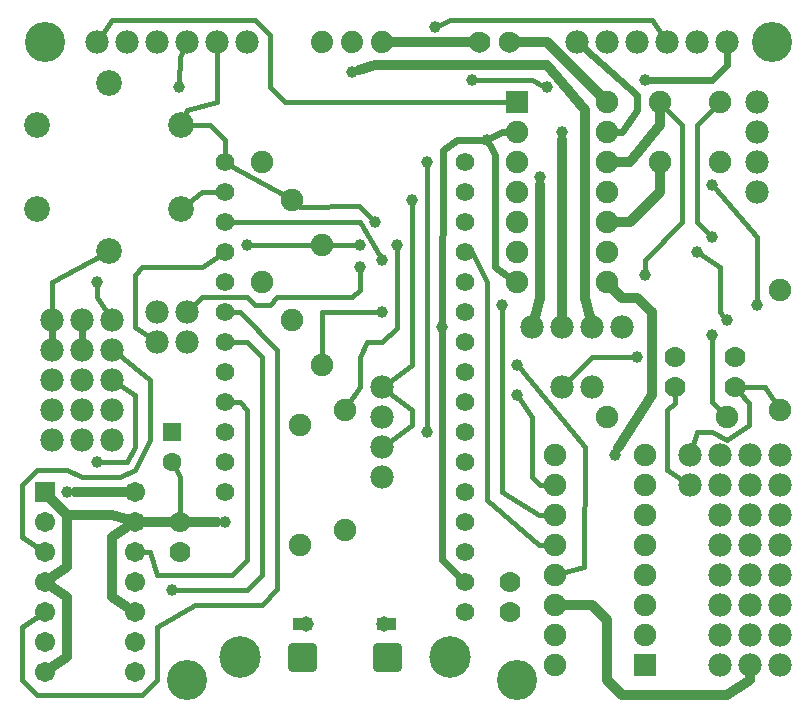
<source format=gbl>
G04 MADE WITH FRITZING*
G04 WWW.FRITZING.ORG*
G04 DOUBLE SIDED*
G04 HOLES PLATED*
G04 CONTOUR ON CENTER OF CONTOUR VECTOR*
%ASAXBY*%
%FSLAX23Y23*%
%MOIN*%
%OFA0B0*%
%SFA1.0B1.0*%
%ADD10C,0.039370*%
%ADD11C,0.078000*%
%ADD12C,0.086000*%
%ADD13C,0.075000*%
%ADD14C,0.070000*%
%ADD15C,0.062992*%
%ADD16C,0.074000*%
%ADD17C,0.138425*%
%ADD18C,0.095000*%
%ADD19C,0.051496*%
%ADD20C,0.062000*%
%ADD21C,0.067559*%
%ADD22C,0.133858*%
%ADD23R,0.062992X0.062992*%
%ADD24R,0.075000X0.075000*%
%ADD25R,0.067559X0.067559*%
%ADD26C,0.016000*%
%ADD27C,0.032000*%
%ADD28C,0.024000*%
%ADD29C,0.029783*%
%ADD30R,0.001000X0.001000*%
%LNCOPPER0*%
G90*
G70*
G54D10*
X174Y707D03*
X273Y1407D03*
G54D11*
X273Y2207D03*
X373Y2207D03*
X473Y2207D03*
X573Y2207D03*
X673Y2207D03*
X773Y2207D03*
G54D10*
X1274Y1532D03*
X1998Y833D03*
X2073Y1158D03*
X547Y2058D03*
X773Y1532D03*
G54D12*
X313Y2072D03*
X553Y1932D03*
X313Y1512D03*
X73Y1652D03*
X553Y1652D03*
X73Y1932D03*
G54D10*
X2098Y2082D03*
X1398Y2257D03*
X1148Y1532D03*
X1198Y1607D03*
X1773Y2057D03*
X1524Y2082D03*
X1574Y1883D03*
X1123Y2107D03*
X1823Y1907D03*
X1748Y1757D03*
X2273Y1507D03*
X2373Y1282D03*
X2323Y1557D03*
X2323Y1232D03*
X2098Y1432D03*
X2473Y1332D03*
X2323Y1732D03*
G54D13*
X2373Y957D03*
X1973Y957D03*
X2548Y1382D03*
X2548Y982D03*
G54D14*
X2198Y1157D03*
X2198Y1057D03*
X2398Y1157D03*
X2398Y1057D03*
G54D11*
X2248Y732D03*
X2248Y832D03*
G54D13*
X2148Y1807D03*
X2348Y1807D03*
X2148Y2007D03*
X2348Y2007D03*
X1098Y582D03*
X1098Y982D03*
X948Y532D03*
X948Y932D03*
G54D15*
X523Y907D03*
X523Y809D03*
G54D16*
X1023Y2207D03*
X1123Y2207D03*
X1223Y2207D03*
G54D11*
X123Y1282D03*
X223Y1282D03*
X323Y1282D03*
G54D17*
X1448Y157D03*
G54D18*
X956Y158D03*
G54D19*
X968Y268D03*
G54D20*
X1498Y1807D03*
X1498Y1707D03*
X1498Y1607D03*
X1498Y1507D03*
X1498Y1407D03*
X1498Y1307D03*
X1498Y1207D03*
X1498Y1107D03*
X1498Y1007D03*
G54D17*
X748Y157D03*
G54D20*
X1498Y907D03*
X1498Y807D03*
X1498Y707D03*
X1498Y607D03*
X1498Y507D03*
X1498Y407D03*
X1498Y307D03*
X698Y707D03*
X698Y807D03*
X698Y907D03*
X698Y1007D03*
X698Y1107D03*
X698Y1207D03*
X698Y1307D03*
X698Y1407D03*
X698Y1507D03*
X698Y1607D03*
X698Y1707D03*
X698Y1807D03*
G54D19*
X1228Y268D03*
G54D18*
X1240Y158D03*
G54D10*
X1148Y1457D03*
G54D11*
X1223Y957D03*
X1223Y1057D03*
X1223Y757D03*
X1223Y857D03*
X1923Y1057D03*
X1823Y1057D03*
G54D10*
X1423Y1257D03*
X1223Y1307D03*
X523Y383D03*
X273Y807D03*
G54D11*
X1873Y2207D03*
X1973Y2207D03*
X2073Y2207D03*
X2173Y2207D03*
X2273Y2207D03*
X2373Y2207D03*
X2548Y132D03*
X2548Y232D03*
X2548Y332D03*
X2548Y432D03*
X2548Y532D03*
X2548Y632D03*
X2548Y732D03*
X2548Y832D03*
X2448Y132D03*
X2448Y232D03*
X2448Y332D03*
X2448Y432D03*
X2448Y532D03*
X2448Y632D03*
X2448Y732D03*
X2448Y832D03*
X2348Y132D03*
X2348Y232D03*
X2348Y332D03*
X2348Y432D03*
X2348Y532D03*
X2348Y632D03*
X2348Y732D03*
X2348Y832D03*
X1723Y1257D03*
X1823Y1257D03*
X1923Y1257D03*
X2023Y1257D03*
X2473Y2007D03*
X2473Y1907D03*
X2473Y1807D03*
X2473Y1707D03*
G54D13*
X1673Y2007D03*
X1973Y2007D03*
X1673Y1907D03*
X1973Y1907D03*
X1673Y1807D03*
X1973Y1807D03*
X1673Y1707D03*
X1973Y1707D03*
X1673Y1607D03*
X1973Y1607D03*
X1673Y1507D03*
X1973Y1507D03*
X1673Y1407D03*
X1973Y1407D03*
X2098Y132D03*
X1798Y132D03*
X2098Y232D03*
X1798Y232D03*
X2098Y332D03*
X1798Y332D03*
X2098Y432D03*
X1798Y432D03*
X2098Y532D03*
X1798Y532D03*
X2098Y632D03*
X1798Y632D03*
X2098Y732D03*
X1798Y732D03*
X2098Y832D03*
X1798Y832D03*
G54D14*
X548Y607D03*
X548Y507D03*
X1648Y407D03*
X1648Y307D03*
G54D10*
X1223Y1482D03*
X1373Y1807D03*
X1373Y907D03*
X1323Y1682D03*
X1623Y1332D03*
X1673Y1032D03*
X1673Y1132D03*
G54D13*
X823Y1807D03*
X823Y1407D03*
X923Y1282D03*
X923Y1682D03*
X1023Y1132D03*
X1023Y1532D03*
G54D11*
X573Y1307D03*
X473Y1307D03*
X573Y1207D03*
X473Y1207D03*
G54D21*
X98Y707D03*
X398Y707D03*
X98Y607D03*
X398Y607D03*
X98Y507D03*
X398Y507D03*
X98Y407D03*
X398Y407D03*
X98Y307D03*
X398Y307D03*
X98Y207D03*
X398Y207D03*
X98Y107D03*
X398Y107D03*
G54D11*
X223Y1182D03*
X223Y1082D03*
X223Y982D03*
X223Y882D03*
X123Y1182D03*
X123Y1082D03*
X123Y982D03*
X123Y882D03*
X323Y1182D03*
X323Y1082D03*
X323Y982D03*
X323Y882D03*
G54D22*
X1673Y82D03*
X573Y82D03*
X2523Y2207D03*
X98Y2207D03*
G54D14*
X1548Y2207D03*
X1648Y2207D03*
G54D10*
X698Y607D03*
G54D23*
X523Y907D03*
G54D24*
X1673Y2007D03*
X2098Y132D03*
G54D25*
X98Y707D03*
G54D26*
X1323Y1133D02*
X1243Y1072D01*
D02*
X1323Y1669D02*
X1323Y1133D01*
D02*
X1323Y932D02*
X1243Y872D01*
D02*
X1323Y983D02*
X1323Y932D01*
D02*
X1243Y1043D02*
X1323Y983D01*
D02*
X548Y2157D02*
X547Y2071D01*
D02*
X574Y2207D02*
X548Y2157D01*
D02*
X596Y2199D02*
X574Y2207D01*
D02*
X574Y1982D02*
X564Y1959D01*
D02*
X673Y2008D02*
X574Y1982D01*
D02*
X673Y2183D02*
X673Y2008D01*
D02*
X324Y2282D02*
X287Y2228D01*
D02*
X848Y2233D02*
X798Y2282D01*
D02*
X848Y2057D02*
X848Y2233D01*
D02*
X798Y2282D02*
X324Y2282D01*
D02*
X899Y2007D02*
X848Y2057D01*
D02*
X1650Y2007D02*
X899Y2007D01*
D02*
X24Y557D02*
X24Y732D01*
D02*
X24Y732D02*
X73Y782D01*
D02*
X82Y518D02*
X24Y557D01*
D02*
X274Y1357D02*
X273Y1394D01*
D02*
X310Y1303D02*
X274Y1357D01*
D02*
X1274Y1256D02*
X1274Y1519D01*
D02*
X1173Y1208D02*
X1223Y1208D01*
D02*
X1223Y1208D02*
X1274Y1256D01*
D02*
X1148Y1058D02*
X1148Y1157D01*
D02*
X1148Y1157D02*
X1173Y1208D01*
D02*
X1111Y1002D02*
X1148Y1058D01*
G54D27*
D02*
X2122Y1307D02*
X2122Y1031D01*
D02*
X2122Y1031D02*
X2011Y854D01*
G54D26*
D02*
X1840Y1075D02*
X1922Y1157D01*
D02*
X1922Y1157D02*
X2059Y1158D01*
D02*
X903Y1694D02*
X719Y1796D01*
D02*
X1000Y1532D02*
X787Y1532D01*
G54D28*
D02*
X223Y1212D02*
X223Y1252D01*
D02*
X123Y1212D02*
X123Y1252D01*
G54D26*
D02*
X698Y1831D02*
X698Y1883D01*
D02*
X649Y1933D02*
X582Y1933D01*
D02*
X698Y1883D02*
X649Y1933D01*
D02*
X288Y1498D02*
X124Y1407D01*
D02*
X124Y1407D02*
X123Y1307D01*
D02*
X576Y1670D02*
X623Y1707D01*
D02*
X623Y1707D02*
X675Y1707D01*
D02*
X423Y1458D02*
X622Y1458D01*
D02*
X622Y1458D02*
X679Y1495D01*
D02*
X398Y1432D02*
X423Y1458D01*
G54D28*
D02*
X2323Y2082D02*
X2117Y2082D01*
D02*
X2373Y2132D02*
X2323Y2082D01*
D02*
X2373Y2177D02*
X2373Y2132D01*
G54D26*
D02*
X1449Y2283D02*
X1410Y2263D01*
D02*
X2123Y2283D02*
X1449Y2283D01*
D02*
X2160Y2228D02*
X2123Y2283D01*
D02*
X1135Y1532D02*
X1046Y1532D01*
D02*
X1146Y1661D02*
X948Y1658D01*
D02*
X948Y1658D02*
X940Y1666D01*
D02*
X1189Y1617D02*
X1146Y1661D01*
D02*
X1723Y2082D02*
X1761Y2063D01*
D02*
X1537Y2082D02*
X1723Y2082D01*
G54D28*
D02*
X2024Y1907D02*
X2002Y1907D01*
D02*
X2073Y1983D02*
X2024Y1907D01*
D02*
X2073Y2032D02*
X2073Y1983D01*
D02*
X1896Y2187D02*
X2073Y2032D01*
D02*
X1649Y1423D02*
X1598Y1458D01*
D02*
X1598Y1458D02*
X1598Y1832D01*
D02*
X1598Y1832D02*
X1582Y1866D01*
G54D27*
D02*
X1899Y1983D02*
X1899Y1356D01*
D02*
X1773Y2132D02*
X1899Y1983D01*
D02*
X1899Y1356D02*
X1915Y1292D01*
D02*
X1198Y2132D02*
X1773Y2132D01*
D02*
X1146Y2115D02*
X1198Y2132D01*
D02*
X1823Y1293D02*
X1823Y1883D01*
D02*
X1748Y1356D02*
X1748Y1733D01*
D02*
X1732Y1292D02*
X1748Y1356D01*
D02*
X2073Y1356D02*
X2122Y1307D01*
D02*
X2023Y1356D02*
X2073Y1356D01*
D02*
X1997Y1383D02*
X2023Y1356D01*
G54D26*
D02*
X873Y1358D02*
X1123Y1358D01*
D02*
X848Y1332D02*
X873Y1358D01*
D02*
X798Y1332D02*
X848Y1332D01*
D02*
X774Y1358D02*
X798Y1332D01*
D02*
X623Y1357D02*
X774Y1358D01*
D02*
X591Y1325D02*
X623Y1357D01*
G54D27*
D02*
X2048Y1807D02*
X2149Y1932D01*
D02*
X2149Y1932D02*
X2148Y1973D01*
D02*
X2007Y1807D02*
X2048Y1807D01*
D02*
X2149Y1707D02*
X2148Y1773D01*
D02*
X2048Y1608D02*
X2149Y1707D01*
D02*
X2007Y1607D02*
X2048Y1608D01*
G54D26*
D02*
X2273Y907D02*
X2256Y856D01*
D02*
X2447Y932D02*
X2374Y882D01*
D02*
X2447Y1006D02*
X2447Y932D01*
D02*
X2374Y882D02*
X2323Y907D01*
D02*
X2323Y907D02*
X2273Y907D01*
D02*
X2412Y1043D02*
X2447Y1006D01*
D02*
X2199Y1006D02*
X2199Y1037D01*
D02*
X2174Y982D02*
X2199Y1006D01*
D02*
X2173Y783D02*
X2174Y982D01*
D02*
X2228Y746D02*
X2173Y783D01*
D02*
X2498Y1057D02*
X2419Y1057D01*
D02*
X2535Y1002D02*
X2498Y1057D01*
D02*
X2348Y1307D02*
X2364Y1292D01*
D02*
X2348Y1458D02*
X2348Y1307D01*
D02*
X2284Y1500D02*
X2348Y1458D01*
D02*
X2273Y1608D02*
X2314Y1567D01*
D02*
X2273Y1932D02*
X2273Y1608D01*
D02*
X2332Y1991D02*
X2273Y1932D01*
D02*
X2323Y1008D02*
X2323Y1219D01*
D02*
X2357Y974D02*
X2323Y1008D01*
D02*
X2099Y1483D02*
X2223Y1607D01*
D02*
X2223Y1607D02*
X2223Y1932D01*
D02*
X2098Y1446D02*
X2099Y1483D01*
D02*
X2223Y1932D02*
X2164Y1991D01*
D02*
X2473Y1558D02*
X2332Y1722D01*
D02*
X2473Y1346D02*
X2473Y1558D01*
D02*
X398Y1257D02*
X398Y1432D01*
D02*
X453Y1221D02*
X398Y1257D01*
G54D28*
D02*
X522Y607D02*
X423Y607D01*
G54D26*
D02*
X549Y757D02*
X533Y790D01*
D02*
X548Y628D02*
X549Y757D01*
G54D27*
D02*
X1774Y2208D02*
X1680Y2207D01*
D02*
X1949Y2032D02*
X1774Y2208D01*
D02*
X1517Y2207D02*
X1260Y2207D01*
G54D26*
D02*
X174Y782D02*
X224Y757D01*
D02*
X224Y757D02*
X348Y757D01*
D02*
X348Y757D02*
X398Y782D01*
D02*
X73Y782D02*
X174Y782D01*
D02*
X448Y1082D02*
X342Y1167D01*
D02*
X448Y882D02*
X448Y1082D01*
D02*
X398Y782D02*
X448Y882D01*
D02*
X1149Y1383D02*
X1148Y1444D01*
D02*
X1123Y1358D02*
X1149Y1383D01*
G54D28*
D02*
X1623Y1908D02*
X1645Y1908D01*
D02*
X1591Y1891D02*
X1623Y1908D01*
D02*
X1473Y1882D02*
X1555Y1883D01*
D02*
X1427Y1848D02*
X1473Y1882D01*
G54D27*
D02*
X674Y607D02*
X429Y607D01*
D02*
X324Y357D02*
X324Y557D01*
D02*
X324Y557D02*
X373Y590D01*
D02*
X373Y324D02*
X324Y357D01*
D02*
X323Y632D02*
X369Y617D01*
D02*
X173Y632D02*
X323Y632D01*
D02*
X120Y686D02*
X173Y632D01*
D02*
X173Y357D02*
X124Y390D01*
D02*
X173Y157D02*
X173Y357D01*
D02*
X124Y124D02*
X173Y157D01*
D02*
X173Y632D02*
X120Y686D01*
D02*
X173Y458D02*
X173Y632D01*
D02*
X123Y424D02*
X173Y458D01*
D02*
X198Y707D02*
X368Y707D01*
G54D26*
D02*
X749Y1007D02*
X721Y1007D01*
D02*
X724Y433D02*
X773Y483D01*
D02*
X772Y983D02*
X749Y1007D01*
D02*
X773Y483D02*
X772Y983D01*
D02*
X448Y507D02*
X473Y433D01*
D02*
X473Y433D02*
X724Y433D01*
D02*
X418Y507D02*
X448Y507D01*
D02*
X774Y1207D02*
X721Y1207D01*
D02*
X823Y1158D02*
X774Y1207D01*
D02*
X772Y383D02*
X823Y433D01*
D02*
X823Y433D02*
X823Y1158D01*
D02*
X23Y82D02*
X22Y258D01*
D02*
X422Y32D02*
X72Y32D01*
D02*
X473Y257D02*
X473Y83D01*
D02*
X598Y332D02*
X473Y257D01*
D02*
X473Y83D02*
X422Y32D01*
D02*
X72Y32D02*
X23Y82D01*
D02*
X822Y332D02*
X598Y332D01*
D02*
X873Y1182D02*
X874Y384D01*
D02*
X874Y384D02*
X822Y332D01*
D02*
X748Y1307D02*
X873Y1182D01*
D02*
X721Y1307D02*
X748Y1307D01*
D02*
X537Y383D02*
X772Y383D01*
D02*
X22Y258D02*
X82Y297D01*
D02*
X373Y807D02*
X287Y807D01*
D02*
X398Y857D02*
X373Y807D01*
D02*
X398Y1032D02*
X398Y857D01*
D02*
X344Y1069D02*
X398Y1032D01*
D02*
X721Y1607D02*
X1149Y1607D01*
D02*
X1373Y1794D02*
X1373Y921D01*
G54D28*
D02*
X1423Y1238D02*
X1423Y483D01*
D02*
X1427Y1848D02*
X1423Y1276D01*
D02*
X1423Y483D02*
X1478Y428D01*
G54D26*
D02*
X1523Y1508D02*
X1521Y1508D01*
D02*
X1747Y531D02*
X1574Y682D01*
D02*
X1573Y1408D02*
X1523Y1508D01*
D02*
X1574Y682D02*
X1573Y1408D01*
D02*
X1775Y532D02*
X1747Y531D01*
D02*
X1747Y632D02*
X1623Y707D01*
D02*
X1623Y707D02*
X1623Y1319D01*
D02*
X1775Y632D02*
X1747Y632D01*
D02*
X1748Y732D02*
X1723Y758D01*
D02*
X1723Y957D02*
X1681Y1021D01*
D02*
X1723Y758D02*
X1723Y957D01*
D02*
X1775Y732D02*
X1748Y732D01*
D02*
X1682Y1122D02*
X1899Y858D01*
G54D27*
D02*
X2448Y83D02*
X2373Y33D01*
D02*
X2373Y33D02*
X2023Y32D01*
D02*
X2023Y32D02*
X1973Y82D01*
D02*
X1973Y82D02*
X1973Y282D01*
D02*
X1973Y282D02*
X1923Y333D01*
D02*
X1923Y333D02*
X1832Y332D01*
D02*
X2448Y97D02*
X2448Y83D01*
G54D26*
D02*
X1024Y1307D02*
X1023Y1155D01*
D02*
X1210Y1307D02*
X1024Y1307D01*
D02*
X1899Y858D02*
X1897Y457D01*
D02*
X1897Y457D02*
X1821Y438D01*
D02*
X1149Y1607D02*
X1216Y1494D01*
G54D29*
X924Y190D02*
X989Y190D01*
X989Y125D01*
X924Y125D01*
X924Y190D01*
D02*
X1207Y190D02*
X1273Y190D01*
X1273Y125D01*
X1207Y125D01*
X1207Y190D01*
D02*
G54D30*
X1542Y2242D02*
X1553Y2242D01*
X1642Y2242D02*
X1653Y2242D01*
X1538Y2241D02*
X1557Y2241D01*
X1638Y2241D02*
X1657Y2241D01*
X1535Y2240D02*
X1560Y2240D01*
X1635Y2240D02*
X1660Y2240D01*
X1533Y2239D02*
X1562Y2239D01*
X1633Y2239D02*
X1662Y2239D01*
X1531Y2238D02*
X1564Y2238D01*
X1631Y2238D02*
X1664Y2238D01*
X1529Y2237D02*
X1566Y2237D01*
X1629Y2237D02*
X1666Y2237D01*
X1528Y2236D02*
X1567Y2236D01*
X1628Y2236D02*
X1667Y2236D01*
X1526Y2235D02*
X1569Y2235D01*
X1626Y2235D02*
X1669Y2235D01*
X1525Y2234D02*
X1570Y2234D01*
X1625Y2234D02*
X1670Y2234D01*
X1524Y2233D02*
X1571Y2233D01*
X1624Y2233D02*
X1671Y2233D01*
X1523Y2232D02*
X1572Y2232D01*
X1623Y2232D02*
X1672Y2232D01*
X1522Y2231D02*
X1573Y2231D01*
X1622Y2231D02*
X1673Y2231D01*
X1521Y2230D02*
X1574Y2230D01*
X1621Y2230D02*
X1674Y2230D01*
X1520Y2229D02*
X1575Y2229D01*
X1620Y2229D02*
X1675Y2229D01*
X1520Y2228D02*
X1575Y2228D01*
X1620Y2228D02*
X1675Y2228D01*
X1519Y2227D02*
X1576Y2227D01*
X1619Y2227D02*
X1676Y2227D01*
X1518Y2226D02*
X1577Y2226D01*
X1618Y2226D02*
X1677Y2226D01*
X1518Y2225D02*
X1577Y2225D01*
X1618Y2225D02*
X1677Y2225D01*
X1517Y2224D02*
X1578Y2224D01*
X1617Y2224D02*
X1678Y2224D01*
X1517Y2223D02*
X1578Y2223D01*
X1617Y2223D02*
X1678Y2223D01*
X1516Y2222D02*
X1542Y2222D01*
X1553Y2222D02*
X1579Y2222D01*
X1616Y2222D02*
X1642Y2222D01*
X1653Y2222D02*
X1679Y2222D01*
X1516Y2221D02*
X1540Y2221D01*
X1555Y2221D02*
X1579Y2221D01*
X1616Y2221D02*
X1640Y2221D01*
X1655Y2221D02*
X1679Y2221D01*
X1515Y2220D02*
X1538Y2220D01*
X1557Y2220D02*
X1580Y2220D01*
X1615Y2220D02*
X1638Y2220D01*
X1657Y2220D02*
X1680Y2220D01*
X1515Y2219D02*
X1537Y2219D01*
X1558Y2219D02*
X1580Y2219D01*
X1615Y2219D02*
X1637Y2219D01*
X1658Y2219D02*
X1680Y2219D01*
X1515Y2218D02*
X1536Y2218D01*
X1559Y2218D02*
X1580Y2218D01*
X1615Y2218D02*
X1636Y2218D01*
X1659Y2218D02*
X1680Y2218D01*
X1514Y2217D02*
X1535Y2217D01*
X1560Y2217D02*
X1581Y2217D01*
X1614Y2217D02*
X1635Y2217D01*
X1660Y2217D02*
X1681Y2217D01*
X1514Y2216D02*
X1534Y2216D01*
X1561Y2216D02*
X1581Y2216D01*
X1614Y2216D02*
X1634Y2216D01*
X1661Y2216D02*
X1681Y2216D01*
X1514Y2215D02*
X1534Y2215D01*
X1561Y2215D02*
X1581Y2215D01*
X1614Y2215D02*
X1634Y2215D01*
X1661Y2215D02*
X1681Y2215D01*
X1514Y2214D02*
X1533Y2214D01*
X1562Y2214D02*
X1581Y2214D01*
X1614Y2214D02*
X1633Y2214D01*
X1662Y2214D02*
X1681Y2214D01*
X1514Y2213D02*
X1533Y2213D01*
X1562Y2213D02*
X1581Y2213D01*
X1614Y2213D02*
X1633Y2213D01*
X1662Y2213D02*
X1681Y2213D01*
X1513Y2212D02*
X1533Y2212D01*
X1562Y2212D02*
X1582Y2212D01*
X1613Y2212D02*
X1633Y2212D01*
X1662Y2212D02*
X1682Y2212D01*
X1513Y2211D02*
X1532Y2211D01*
X1563Y2211D02*
X1582Y2211D01*
X1613Y2211D02*
X1632Y2211D01*
X1663Y2211D02*
X1682Y2211D01*
X1513Y2210D02*
X1532Y2210D01*
X1563Y2210D02*
X1582Y2210D01*
X1613Y2210D02*
X1632Y2210D01*
X1663Y2210D02*
X1682Y2210D01*
X1513Y2209D02*
X1532Y2209D01*
X1563Y2209D02*
X1582Y2209D01*
X1613Y2209D02*
X1632Y2209D01*
X1663Y2209D02*
X1682Y2209D01*
X1513Y2208D02*
X1532Y2208D01*
X1563Y2208D02*
X1582Y2208D01*
X1613Y2208D02*
X1632Y2208D01*
X1663Y2208D02*
X1682Y2208D01*
X1513Y2207D02*
X1532Y2207D01*
X1563Y2207D02*
X1582Y2207D01*
X1613Y2207D02*
X1632Y2207D01*
X1663Y2207D02*
X1682Y2207D01*
X1513Y2206D02*
X1532Y2206D01*
X1563Y2206D02*
X1582Y2206D01*
X1613Y2206D02*
X1632Y2206D01*
X1663Y2206D02*
X1682Y2206D01*
X1513Y2205D02*
X1532Y2205D01*
X1563Y2205D02*
X1582Y2205D01*
X1613Y2205D02*
X1632Y2205D01*
X1663Y2205D02*
X1682Y2205D01*
X1513Y2204D02*
X1532Y2204D01*
X1563Y2204D02*
X1582Y2204D01*
X1613Y2204D02*
X1632Y2204D01*
X1663Y2204D02*
X1682Y2204D01*
X1513Y2203D02*
X1533Y2203D01*
X1562Y2203D02*
X1582Y2203D01*
X1613Y2203D02*
X1633Y2203D01*
X1662Y2203D02*
X1682Y2203D01*
X1514Y2202D02*
X1533Y2202D01*
X1562Y2202D02*
X1581Y2202D01*
X1614Y2202D02*
X1633Y2202D01*
X1662Y2202D02*
X1681Y2202D01*
X1514Y2201D02*
X1533Y2201D01*
X1562Y2201D02*
X1581Y2201D01*
X1614Y2201D02*
X1633Y2201D01*
X1662Y2201D02*
X1681Y2201D01*
X1514Y2200D02*
X1534Y2200D01*
X1561Y2200D02*
X1581Y2200D01*
X1614Y2200D02*
X1634Y2200D01*
X1661Y2200D02*
X1681Y2200D01*
X1514Y2199D02*
X1535Y2199D01*
X1560Y2199D02*
X1581Y2199D01*
X1614Y2199D02*
X1635Y2199D01*
X1660Y2199D02*
X1681Y2199D01*
X1515Y2198D02*
X1536Y2198D01*
X1559Y2198D02*
X1580Y2198D01*
X1615Y2198D02*
X1636Y2198D01*
X1659Y2198D02*
X1680Y2198D01*
X1515Y2197D02*
X1537Y2197D01*
X1558Y2197D02*
X1580Y2197D01*
X1615Y2197D02*
X1637Y2197D01*
X1658Y2197D02*
X1680Y2197D01*
X1515Y2196D02*
X1538Y2196D01*
X1557Y2196D02*
X1580Y2196D01*
X1615Y2196D02*
X1638Y2196D01*
X1657Y2196D02*
X1680Y2196D01*
X1516Y2195D02*
X1539Y2195D01*
X1556Y2195D02*
X1579Y2195D01*
X1616Y2195D02*
X1639Y2195D01*
X1656Y2195D02*
X1679Y2195D01*
X1516Y2194D02*
X1541Y2194D01*
X1554Y2194D02*
X1579Y2194D01*
X1616Y2194D02*
X1641Y2194D01*
X1654Y2194D02*
X1679Y2194D01*
X1516Y2193D02*
X1544Y2193D01*
X1551Y2193D02*
X1579Y2193D01*
X1616Y2193D02*
X1644Y2193D01*
X1651Y2193D02*
X1679Y2193D01*
X1517Y2192D02*
X1578Y2192D01*
X1617Y2192D02*
X1678Y2192D01*
X1517Y2191D02*
X1578Y2191D01*
X1617Y2191D02*
X1678Y2191D01*
X1518Y2190D02*
X1577Y2190D01*
X1618Y2190D02*
X1677Y2190D01*
X1519Y2189D02*
X1576Y2189D01*
X1619Y2189D02*
X1676Y2189D01*
X1519Y2188D02*
X1576Y2188D01*
X1619Y2188D02*
X1676Y2188D01*
X1520Y2187D02*
X1575Y2187D01*
X1620Y2187D02*
X1675Y2187D01*
X1521Y2186D02*
X1574Y2186D01*
X1621Y2186D02*
X1674Y2186D01*
X1521Y2185D02*
X1574Y2185D01*
X1621Y2185D02*
X1674Y2185D01*
X1522Y2184D02*
X1573Y2184D01*
X1622Y2184D02*
X1673Y2184D01*
X1523Y2183D02*
X1572Y2183D01*
X1623Y2183D02*
X1672Y2183D01*
X1524Y2182D02*
X1571Y2182D01*
X1624Y2182D02*
X1671Y2182D01*
X1525Y2181D02*
X1570Y2181D01*
X1625Y2181D02*
X1670Y2181D01*
X1527Y2180D02*
X1568Y2180D01*
X1627Y2180D02*
X1668Y2180D01*
X1528Y2179D02*
X1567Y2179D01*
X1628Y2179D02*
X1667Y2179D01*
X1530Y2178D02*
X1565Y2178D01*
X1630Y2178D02*
X1665Y2178D01*
X1532Y2177D02*
X1563Y2177D01*
X1632Y2177D02*
X1663Y2177D01*
X1534Y2176D02*
X1561Y2176D01*
X1634Y2176D02*
X1661Y2176D01*
X1536Y2175D02*
X1559Y2175D01*
X1636Y2175D02*
X1659Y2175D01*
X1539Y2174D02*
X1556Y2174D01*
X1639Y2174D02*
X1656Y2174D01*
X1544Y2173D02*
X1551Y2173D01*
X1644Y2173D02*
X1651Y2173D01*
X927Y288D02*
X961Y288D01*
X974Y288D02*
X988Y288D01*
X1207Y288D02*
X1221Y288D01*
X1234Y288D02*
X1268Y288D01*
X927Y287D02*
X958Y287D01*
X977Y287D02*
X988Y287D01*
X1207Y287D02*
X1218Y287D01*
X1237Y287D02*
X1268Y287D01*
X927Y286D02*
X957Y286D01*
X979Y286D02*
X988Y286D01*
X1207Y286D02*
X1216Y286D01*
X1239Y286D02*
X1268Y286D01*
X927Y285D02*
X955Y285D01*
X980Y285D02*
X988Y285D01*
X1207Y285D02*
X1215Y285D01*
X1240Y285D02*
X1268Y285D01*
X927Y284D02*
X954Y284D01*
X981Y284D02*
X988Y284D01*
X1207Y284D02*
X1214Y284D01*
X1241Y284D02*
X1268Y284D01*
X927Y283D02*
X953Y283D01*
X983Y283D02*
X988Y283D01*
X1207Y283D02*
X1212Y283D01*
X1242Y283D02*
X1268Y283D01*
X927Y282D02*
X952Y282D01*
X984Y282D02*
X988Y282D01*
X1207Y282D02*
X1212Y282D01*
X1243Y282D02*
X1268Y282D01*
X927Y281D02*
X951Y281D01*
X984Y281D02*
X988Y281D01*
X1207Y281D02*
X1211Y281D01*
X1244Y281D02*
X1268Y281D01*
X927Y280D02*
X950Y280D01*
X985Y280D02*
X988Y280D01*
X1207Y280D02*
X1210Y280D01*
X1245Y280D02*
X1268Y280D01*
X927Y279D02*
X949Y279D01*
X986Y279D02*
X988Y279D01*
X1207Y279D02*
X1209Y279D01*
X1246Y279D02*
X1268Y279D01*
X927Y278D02*
X949Y278D01*
X986Y278D02*
X988Y278D01*
X1207Y278D02*
X1209Y278D01*
X1246Y278D02*
X1268Y278D01*
X927Y277D02*
X948Y277D01*
X987Y277D02*
X988Y277D01*
X1207Y277D02*
X1208Y277D01*
X1247Y277D02*
X1268Y277D01*
X927Y276D02*
X948Y276D01*
X987Y276D02*
X988Y276D01*
X1207Y276D02*
X1208Y276D01*
X1247Y276D02*
X1268Y276D01*
X927Y275D02*
X948Y275D01*
X988Y275D02*
X988Y275D01*
X1207Y275D02*
X1207Y275D01*
X1247Y275D02*
X1268Y275D01*
X927Y274D02*
X947Y274D01*
X988Y274D02*
X988Y274D01*
X1207Y274D02*
X1207Y274D01*
X1248Y274D02*
X1268Y274D01*
X927Y273D02*
X947Y273D01*
X988Y273D02*
X988Y273D01*
X1207Y273D02*
X1207Y273D01*
X1248Y273D02*
X1268Y273D01*
X927Y272D02*
X947Y272D01*
X1248Y272D02*
X1268Y272D01*
X927Y271D02*
X947Y271D01*
X1248Y271D02*
X1268Y271D01*
X927Y270D02*
X946Y270D01*
X1249Y270D02*
X1268Y270D01*
X927Y269D02*
X946Y269D01*
X1249Y269D02*
X1268Y269D01*
X927Y268D02*
X946Y268D01*
X1249Y268D02*
X1268Y268D01*
X927Y267D02*
X946Y267D01*
X1249Y267D02*
X1268Y267D01*
X927Y266D02*
X947Y266D01*
X1249Y266D02*
X1268Y266D01*
X927Y265D02*
X947Y265D01*
X1248Y265D02*
X1268Y265D01*
X927Y264D02*
X947Y264D01*
X1248Y264D02*
X1268Y264D01*
X927Y263D02*
X947Y263D01*
X988Y263D02*
X988Y263D01*
X1207Y263D02*
X1207Y263D01*
X1248Y263D02*
X1268Y263D01*
X927Y262D02*
X947Y262D01*
X988Y262D02*
X988Y262D01*
X1207Y262D02*
X1207Y262D01*
X1248Y262D02*
X1268Y262D01*
X927Y261D02*
X948Y261D01*
X988Y261D02*
X988Y261D01*
X1207Y261D02*
X1208Y261D01*
X1247Y261D02*
X1268Y261D01*
X927Y260D02*
X948Y260D01*
X987Y260D02*
X988Y260D01*
X1207Y260D02*
X1208Y260D01*
X1247Y260D02*
X1268Y260D01*
X927Y259D02*
X949Y259D01*
X987Y259D02*
X988Y259D01*
X1207Y259D02*
X1208Y259D01*
X1246Y259D02*
X1268Y259D01*
X927Y258D02*
X949Y258D01*
X986Y258D02*
X988Y258D01*
X1207Y258D02*
X1209Y258D01*
X1246Y258D02*
X1268Y258D01*
X927Y257D02*
X950Y257D01*
X986Y257D02*
X988Y257D01*
X1207Y257D02*
X1210Y257D01*
X1245Y257D02*
X1268Y257D01*
X927Y256D02*
X950Y256D01*
X985Y256D02*
X988Y256D01*
X1207Y256D02*
X1210Y256D01*
X1245Y256D02*
X1268Y256D01*
X927Y255D02*
X951Y255D01*
X984Y255D02*
X988Y255D01*
X1207Y255D02*
X1211Y255D01*
X1244Y255D02*
X1268Y255D01*
X927Y254D02*
X952Y254D01*
X983Y254D02*
X988Y254D01*
X1207Y254D02*
X1212Y254D01*
X1243Y254D02*
X1268Y254D01*
X927Y253D02*
X953Y253D01*
X982Y253D02*
X988Y253D01*
X1207Y253D02*
X1213Y253D01*
X1242Y253D02*
X1268Y253D01*
X927Y252D02*
X954Y252D01*
X981Y252D02*
X988Y252D01*
X1207Y252D02*
X1214Y252D01*
X1241Y252D02*
X1268Y252D01*
X927Y251D02*
X956Y251D01*
X980Y251D02*
X988Y251D01*
X1207Y251D02*
X1215Y251D01*
X1239Y251D02*
X1268Y251D01*
X927Y250D02*
X957Y250D01*
X978Y250D02*
X988Y250D01*
X1207Y250D02*
X1217Y250D01*
X1238Y250D02*
X1268Y250D01*
X927Y249D02*
X959Y249D01*
X976Y249D02*
X988Y249D01*
X1207Y249D02*
X1219Y249D01*
X1236Y249D02*
X1268Y249D01*
X927Y248D02*
X963Y248D01*
X973Y248D02*
X988Y248D01*
X1207Y248D02*
X1222Y248D01*
X1232Y248D02*
X1268Y248D01*
D02*
G04 End of Copper0*
M02*
</source>
